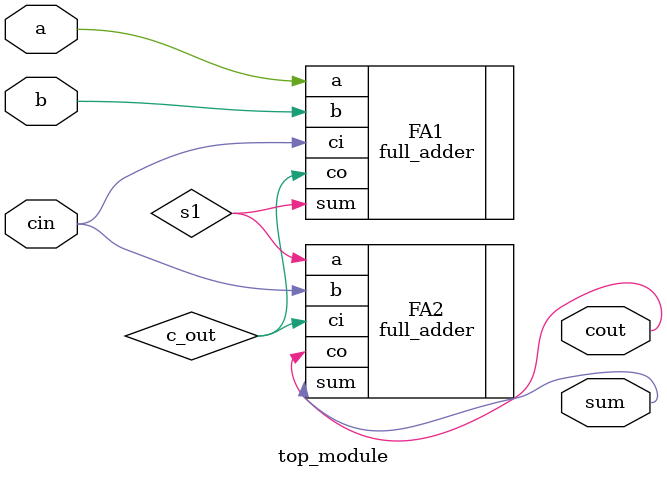
<source format=sv>
module top_module (
  input a,
  input b,
  input cin,
  output cout,
  output sum
);

  // Internal wires
  wire s1, s2, c_out;

  // Instantiate the full adder
  full_adder FA1 (
    .a(a),
    .b(b),
    .ci(cin),
    .co(c_out),
    .sum(s1)
  );

  full_adder FA2 (
    .a(s1),
    .b(cin),
    .ci(c_out),
    .co(cout),
    .sum(sum)
  );

endmodule

</source>
